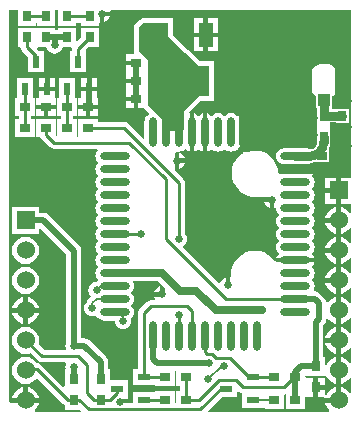
<source format=gtl>
%FSLAX25Y25*%
%MOIN*%
G70*
G01*
G75*
G04 Layer_Physical_Order=1*
G04 Layer_Color=255*
%ADD10C,0.03150*%
%ADD11R,0.04299X0.02362*%
%ADD12O,0.09843X0.02756*%
%ADD13O,0.02756X0.09843*%
%ADD14R,0.03500X0.03000*%
%ADD15R,0.02362X0.04299*%
%ADD16R,0.03000X0.03500*%
%ADD17R,0.09449X0.10236*%
%ADD18R,0.04921X0.07874*%
%ADD19R,0.03937X0.04331*%
%ADD20R,0.04134X0.08661*%
%ADD21C,0.01000*%
%ADD22C,0.00800*%
%ADD23C,0.02000*%
%ADD24C,0.02500*%
%ADD25C,0.01500*%
%ADD26C,0.06000*%
%ADD27R,0.06000X0.06000*%
%ADD28C,0.02500*%
G36*
X60749Y121658D02*
X65249Y117157D01*
Y107158D01*
X60249Y102157D01*
Y96157D01*
X59749Y95657D01*
X53249D01*
Y99158D01*
X48249Y104157D01*
Y119158D01*
X45249Y122158D01*
Y122658D01*
Y130157D01*
X46749Y131658D01*
X50749D01*
X60749Y121658D01*
D02*
G37*
G36*
X116173Y119691D02*
X116228Y119628D01*
Y90550D01*
Y80313D01*
X116173Y80257D01*
X115957Y80042D01*
X112660D01*
Y75757D01*
Y71258D01*
X116173D01*
Y68372D01*
X115700Y68211D01*
X115120Y68967D01*
X114180Y69688D01*
X113085Y70142D01*
X112660Y70198D01*
Y65756D01*
Y61317D01*
X113085Y61373D01*
X114180Y61827D01*
X115120Y62548D01*
X115700Y63304D01*
X116173Y63143D01*
Y58372D01*
X115700Y58211D01*
X115120Y58967D01*
X114180Y59688D01*
X113085Y60142D01*
X112660Y60198D01*
Y55756D01*
Y51317D01*
X113085Y51373D01*
X114180Y51827D01*
X115120Y52548D01*
X115700Y53304D01*
X116173Y53143D01*
Y48372D01*
X115700Y48211D01*
X115120Y48967D01*
X114180Y49688D01*
X113085Y50142D01*
X112660Y50198D01*
Y45757D01*
Y41317D01*
X113085Y41373D01*
X114180Y41827D01*
X115120Y42548D01*
X115700Y43304D01*
X116173Y43143D01*
Y38372D01*
X115700Y38211D01*
X115120Y38967D01*
X114180Y39688D01*
X113085Y40142D01*
X112660Y40198D01*
Y35756D01*
Y31317D01*
X113085Y31373D01*
X114180Y31827D01*
X115120Y32548D01*
X115700Y33304D01*
X116173Y33143D01*
Y28372D01*
X115700Y28211D01*
X115120Y28967D01*
X114180Y29688D01*
X113085Y30142D01*
X112660Y30198D01*
Y25756D01*
Y21317D01*
X113085Y21373D01*
X114180Y21827D01*
X115120Y22548D01*
X115700Y23304D01*
X116173Y23143D01*
Y18372D01*
X115700Y18211D01*
X115120Y18967D01*
X114180Y19688D01*
X113085Y20142D01*
X112660Y20198D01*
Y15756D01*
Y11317D01*
X113085Y11373D01*
X114180Y11827D01*
X115120Y12548D01*
X115700Y13304D01*
X116173Y13143D01*
Y8372D01*
X115700Y8211D01*
X115120Y8967D01*
X114180Y9688D01*
X113085Y10142D01*
X112660Y10198D01*
Y5756D01*
X111911D01*
Y5007D01*
X107470D01*
X107526Y4583D01*
X107980Y3488D01*
X108701Y2548D01*
X108880Y2411D01*
X108719Y1937D01*
X68485D01*
X68293Y2399D01*
X72953Y7059D01*
X78073D01*
Y8600D01*
X78535Y8791D01*
X78668Y8658D01*
X79330Y8216D01*
X79861Y8111D01*
Y3319D01*
X87160D01*
D01*
X87160D01*
X87260Y3218D01*
Y3000D01*
X93760D01*
Y7625D01*
X94212Y7838D01*
X94260Y7799D01*
Y3000D01*
X100760D01*
Y6908D01*
X101249D01*
Y6908D01*
X103499D01*
Y10157D01*
Y13408D01*
X101249D01*
Y13408D01*
X101114D01*
X100760Y13761D01*
Y13907D01*
X101249D01*
Y13907D01*
X107249D01*
Y13971D01*
X107739Y14068D01*
X107980Y13488D01*
X108701Y12548D01*
X109641Y11827D01*
X110735Y11373D01*
X111160Y11317D01*
Y15756D01*
Y20198D01*
X110735Y20142D01*
X109641Y19688D01*
X108701Y18967D01*
X107980Y18027D01*
X107739Y17447D01*
X107249Y17544D01*
Y20407D01*
X106798D01*
Y30783D01*
X107113Y31098D01*
X107666Y31925D01*
X107859Y32897D01*
X107877Y32901D01*
X108430Y32901D01*
X108701Y32548D01*
X109641Y31827D01*
X110735Y31373D01*
X111160Y31317D01*
Y35756D01*
Y40198D01*
X110735Y40142D01*
X109641Y39688D01*
X108701Y38967D01*
X108281Y38420D01*
X107794Y38534D01*
X107666Y39179D01*
X107113Y40006D01*
X105713Y41406D01*
X104886Y41959D01*
X103910Y42153D01*
X103899D01*
X103621Y42569D01*
X103876Y43183D01*
X103974Y43935D01*
X103876Y44686D01*
X103586Y45386D01*
X103124Y45987D01*
Y46213D01*
X103586Y46814D01*
X103876Y47514D01*
X103974Y48265D01*
X103876Y49017D01*
X103586Y49717D01*
X103124Y50318D01*
Y50543D01*
X103586Y51145D01*
X103876Y51845D01*
X103876Y51846D01*
X91181D01*
X91099Y52470D01*
X90640Y52272D01*
X89742Y53367D01*
X88527Y54363D01*
X87142Y55104D01*
X85638Y55560D01*
X84075Y55714D01*
X82512Y55560D01*
X81008Y55104D01*
X79623Y54363D01*
X78409Y53367D01*
X77412Y52152D01*
X76671Y50767D01*
X76215Y49263D01*
X76061Y47700D01*
X76117Y47135D01*
X75758Y46787D01*
X75818Y46779D01*
X75850Y46766D01*
Y44099D01*
X74350D01*
Y46766D01*
X73713Y46502D01*
X73139Y46061D01*
X72698Y45487D01*
X72462Y44916D01*
X71971Y44819D01*
X60062Y56729D01*
X60136Y57101D01*
X60710Y57542D01*
X61151Y58116D01*
X61428Y58785D01*
X61523Y59503D01*
X61428Y60221D01*
X61151Y60890D01*
X60788Y61363D01*
Y78161D01*
X60633Y78942D01*
X60191Y79603D01*
X57246Y82548D01*
X57467Y82996D01*
X57282Y83021D01*
X57250Y83034D01*
Y85699D01*
Y88366D01*
X57282Y88379D01*
X58000Y88474D01*
X58711Y88380D01*
X58749Y88670D01*
X59500Y88769D01*
X60200Y89059D01*
X60801Y89520D01*
X61027D01*
X61628Y89059D01*
X62328Y88769D01*
X62330Y88768D01*
Y95115D01*
Y101463D01*
X62396Y101472D01*
X62174Y101920D01*
X65894Y105639D01*
X70461D01*
Y118876D01*
X65694D01*
X61830Y122739D01*
X61830Y122739D01*
X56828Y127742D01*
Y133095D01*
X51213D01*
X50749Y133187D01*
X46749D01*
X46164Y133071D01*
X45667Y132739D01*
X44167Y131239D01*
X43836Y130743D01*
X43719Y130157D01*
Y122658D01*
Y122158D01*
X43822Y121644D01*
X43504Y121257D01*
X41160D01*
Y119008D01*
X44411D01*
Y117508D01*
X41160D01*
Y115258D01*
Y113007D01*
X44411D01*
Y111507D01*
X41160D01*
Y109257D01*
Y107008D01*
X44411D01*
Y106258D01*
X45160D01*
Y103258D01*
X47046D01*
X47167Y103076D01*
X48614Y101630D01*
X48581Y101131D01*
X48035Y100712D01*
X47574Y100110D01*
X47284Y99410D01*
X47185Y98659D01*
Y93263D01*
X46723Y93071D01*
X41695Y98099D01*
X41033Y98541D01*
X40253Y98697D01*
X31660D01*
Y99657D01*
X25160D01*
Y93697D01*
X24660D01*
Y99657D01*
X23449D01*
Y100657D01*
X24660D01*
Y106658D01*
X24091D01*
Y113307D01*
X18729D01*
Y106658D01*
X18160D01*
Y100657D01*
X19371D01*
Y99657D01*
X18160D01*
Y94145D01*
X18018Y94086D01*
X17603Y94364D01*
Y99657D01*
X11103D01*
Y93657D01*
X12464D01*
X12469Y93635D01*
X12911Y92973D01*
X15668Y90216D01*
X16330Y89773D01*
X17110Y89618D01*
X31380D01*
X31601Y89170D01*
X31235Y88693D01*
X30945Y87993D01*
X30846Y87242D01*
X30945Y86490D01*
X31235Y85790D01*
X31696Y85189D01*
Y84964D01*
X31235Y84362D01*
X30945Y83662D01*
X30846Y82911D01*
X30945Y82160D01*
X31235Y81460D01*
X31696Y80858D01*
Y80633D01*
X31235Y80032D01*
X30945Y79332D01*
X30846Y78580D01*
X30945Y77829D01*
X31235Y77129D01*
X31696Y76528D01*
Y76302D01*
X31235Y75701D01*
X30945Y75001D01*
X30846Y74250D01*
X30945Y73498D01*
X31235Y72798D01*
X31696Y72197D01*
Y71971D01*
X31235Y71370D01*
X30945Y70670D01*
X30846Y69919D01*
X30945Y69168D01*
X31235Y68467D01*
X31696Y67866D01*
Y67641D01*
X31235Y67040D01*
X30945Y66339D01*
X30846Y65588D01*
X30945Y64837D01*
X31235Y64137D01*
X31696Y63536D01*
Y63310D01*
X31235Y62709D01*
X30945Y62009D01*
X30846Y61257D01*
X30945Y60506D01*
X31235Y59806D01*
X31696Y59205D01*
Y58979D01*
X31235Y58378D01*
X30945Y57678D01*
X30846Y56927D01*
X30945Y56176D01*
X31235Y55475D01*
X31696Y54874D01*
Y54649D01*
X31235Y54048D01*
X30945Y53347D01*
X30846Y52596D01*
X30945Y51845D01*
X31235Y51145D01*
X31696Y50543D01*
Y50318D01*
X31235Y49717D01*
X30945Y49017D01*
X30846Y48265D01*
X30945Y47514D01*
X31235Y46814D01*
X31696Y46213D01*
Y45987D01*
X31235Y45386D01*
X31154Y45190D01*
X30574Y45114D01*
X29905Y44837D01*
X29331Y44396D01*
X28890Y43821D01*
X28613Y43152D01*
X28518Y42435D01*
X28613Y41717D01*
X28890Y41048D01*
X29331Y40473D01*
X29336Y40388D01*
X28522Y39574D01*
X28102Y38945D01*
X28028Y38570D01*
X27931Y38496D01*
X27490Y37922D01*
X27213Y37253D01*
X27118Y36535D01*
X27213Y35817D01*
X27490Y35148D01*
X27931Y34573D01*
X28505Y34133D01*
X29174Y33855D01*
X29892Y33761D01*
X30610Y33855D01*
X30882Y33968D01*
X31235Y33822D01*
X31696Y33221D01*
X32297Y32759D01*
X32998Y32469D01*
X33749Y32370D01*
X37340D01*
X37431Y31682D01*
X37708Y31013D01*
X38149Y30439D01*
X38723Y29998D01*
X39392Y29721D01*
X40110Y29626D01*
X40828Y29721D01*
X41497Y29998D01*
X42072Y30439D01*
X42512Y31013D01*
X42790Y31682D01*
X42884Y32400D01*
X42790Y33118D01*
X42781Y33138D01*
X42888Y33221D01*
X43349Y33822D01*
X43639Y34522D01*
X43738Y35273D01*
X43639Y36024D01*
X43349Y36725D01*
X42888Y37326D01*
Y37551D01*
X43349Y38153D01*
X43639Y38853D01*
X43738Y39604D01*
X43639Y40355D01*
X43349Y41055D01*
X42888Y41657D01*
Y41882D01*
X43349Y42483D01*
X43639Y43183D01*
X43738Y43935D01*
X43639Y44686D01*
X43349Y45386D01*
X43401Y45492D01*
X51812D01*
X53004Y44300D01*
X52843Y43827D01*
X53200Y43874D01*
X53465Y43839D01*
X53950Y43354D01*
Y41099D01*
X53201D01*
Y40350D01*
X50534D01*
X50798Y39713D01*
X50850Y39645D01*
X50629Y39197D01*
X49353D01*
X48572Y39041D01*
X47911Y38599D01*
X45738Y36427D01*
X45296Y35766D01*
X45141Y34985D01*
Y16161D01*
X43461D01*
Y10799D01*
X50760D01*
D01*
X50760D01*
X50860Y10699D01*
Y10480D01*
X57360D01*
Y15551D01*
X57860D01*
Y10480D01*
X59071D01*
Y9000D01*
X57860D01*
Y4854D01*
X57360D01*
Y9000D01*
X50860D01*
Y8681D01*
X50760D01*
Y8681D01*
X43461D01*
Y4854D01*
X42281D01*
X41952Y5230D01*
X41902Y4854D01*
X39199D01*
Y6150D01*
X41866D01*
X41602Y6787D01*
X41564Y6837D01*
X41673Y7059D01*
X41673D01*
X41673Y7059D01*
Y12421D01*
X35610D01*
Y16250D01*
X35159D01*
Y18600D01*
D01*
D01*
D01*
D01*
X35159D01*
D01*
D01*
D01*
D01*
D01*
X35159D01*
Y18600D01*
D01*
D01*
Y18600D01*
D01*
D01*
D01*
D01*
D01*
D01*
D01*
D01*
D01*
D01*
D01*
D01*
Y18600D01*
D01*
X35159D01*
D01*
D01*
D01*
D01*
D01*
D01*
D01*
X35159Y18600D01*
D01*
D01*
D01*
D01*
D01*
D01*
D01*
D01*
X34965Y19576D01*
X34413Y20402D01*
X29013Y25802D01*
X28186Y26355D01*
X27210Y26549D01*
X26159D01*
Y55658D01*
X25965Y56633D01*
X25413Y57460D01*
X25413Y57460D01*
X25413D01*
D01*
X25413Y57460D01*
Y57460D01*
X15313Y67560D01*
X14486Y68112D01*
X13510Y68306D01*
X12079D01*
Y70258D01*
X3080D01*
Y61257D01*
X12079D01*
Y62930D01*
X12541Y63121D01*
X21061Y54602D01*
Y25032D01*
X20931Y24718D01*
X20836Y24000D01*
X20931Y23282D01*
X21025Y23055D01*
X20747Y22639D01*
X13870D01*
X11953Y24556D01*
X11964Y24583D01*
X12118Y25758D01*
X11964Y26932D01*
X11510Y28027D01*
X10789Y28967D01*
X9849Y29688D01*
X8754Y30142D01*
X7580Y30296D01*
X6405Y30142D01*
X5310Y29688D01*
X4370Y28967D01*
X3649Y28027D01*
X3195Y26932D01*
X3041Y25758D01*
X3195Y24583D01*
X3649Y23488D01*
X4370Y22548D01*
X5310Y21827D01*
X6405Y21373D01*
X7580Y21219D01*
X8754Y21373D01*
X9188Y21553D01*
X11583Y19158D01*
X12245Y18716D01*
X13025Y18561D01*
X13025Y18561D01*
X20830D01*
X21108Y18145D01*
X20931Y17718D01*
X20836Y17000D01*
X20931Y16282D01*
X20931D01*
X20610Y16250D01*
X20631Y16252D01*
X20610Y16250D01*
X20610D01*
Y10537D01*
X20148Y10346D01*
X12795Y17699D01*
X12133Y18141D01*
X11353Y18297D01*
X11303D01*
X10789Y18967D01*
X9849Y19688D01*
X8754Y20142D01*
X7580Y20296D01*
X6405Y20142D01*
X5310Y19688D01*
X4370Y18967D01*
X3649Y18027D01*
X3195Y16932D01*
X3041Y15757D01*
X3195Y14583D01*
X3649Y13488D01*
X4370Y12548D01*
X5310Y11827D01*
X6405Y11373D01*
X7580Y11219D01*
X8754Y11373D01*
X9849Y11827D01*
X10789Y12548D01*
X11161Y13033D01*
X11660Y13066D01*
X20168Y4558D01*
X20610Y4263D01*
Y2750D01*
X25791D01*
X26142Y2399D01*
X25951Y1937D01*
X10771D01*
X10610Y2411D01*
X10789Y2548D01*
X11510Y3488D01*
X11964Y4583D01*
X12020Y5007D01*
X3139D01*
X3142Y4992D01*
X2693Y4771D01*
X1937Y5527D01*
Y135858D01*
X4910D01*
Y130508D01*
X10910D01*
Y131718D01*
X11410D01*
Y130508D01*
X17410D01*
Y135858D01*
X18410D01*
Y130508D01*
X24410D01*
Y131718D01*
X25910D01*
Y130508D01*
X31910D01*
Y131666D01*
X32326Y131944D01*
X32350Y131934D01*
Y134601D01*
X33099D01*
Y135350D01*
X35766D01*
X35728Y135442D01*
X36005Y135858D01*
X116173D01*
Y119691D01*
D02*
G37*
%LPC*%
G36*
X111160Y60198D02*
X110735Y60142D01*
X109641Y59688D01*
X108701Y58967D01*
X107980Y58027D01*
X107526Y56932D01*
X107470Y56507D01*
X111160D01*
Y60198D01*
D02*
G37*
G36*
Y55007D02*
X107470D01*
X107526Y54583D01*
X107980Y53488D01*
X108701Y52548D01*
X109641Y51827D01*
X110735Y51373D01*
X111160Y51317D01*
Y55007D01*
D02*
G37*
G36*
X52450Y43766D02*
X51813Y43502D01*
X51239Y43061D01*
X50798Y42487D01*
X50534Y41850D01*
X52450D01*
Y43766D01*
D02*
G37*
G36*
X111160Y50198D02*
X110735Y50142D01*
X109641Y49688D01*
X108701Y48967D01*
X107980Y48027D01*
X107526Y46932D01*
X107470Y46507D01*
X111160D01*
Y50198D01*
D02*
G37*
G36*
X7580Y60296D02*
X6405Y60142D01*
X5310Y59688D01*
X4370Y58967D01*
X3649Y58027D01*
X3195Y56932D01*
X3041Y55757D01*
X3195Y54583D01*
X3649Y53488D01*
X4370Y52548D01*
X5310Y51827D01*
X6405Y51373D01*
X7580Y51219D01*
X8754Y51373D01*
X9849Y51827D01*
X10789Y52548D01*
X11510Y53488D01*
X11964Y54583D01*
X12118Y55757D01*
X11964Y56932D01*
X11510Y58027D01*
X10789Y58967D01*
X9849Y59688D01*
X8754Y60142D01*
X7580Y60296D01*
D02*
G37*
G36*
X111160Y65008D02*
X107470D01*
X107526Y64583D01*
X107980Y63488D01*
X108701Y62548D01*
X109641Y61827D01*
X110735Y61373D01*
X111160Y61317D01*
Y65008D01*
D02*
G37*
G36*
Y80042D02*
X107410D01*
Y76508D01*
X111160D01*
Y80042D01*
D02*
G37*
G36*
X60666Y84950D02*
X58750D01*
Y83034D01*
X59387Y83298D01*
X59961Y83739D01*
X60402Y84313D01*
X60666Y84950D01*
D02*
G37*
G36*
X111160Y75007D02*
X107410D01*
Y71258D01*
X111160D01*
Y75007D01*
D02*
G37*
G36*
Y70198D02*
X110735Y70142D01*
X109641Y69688D01*
X108701Y68967D01*
X107980Y68027D01*
X107526Y66932D01*
X107470Y66508D01*
X111160D01*
Y70198D01*
D02*
G37*
G36*
X88950Y71950D02*
X87034D01*
X87298Y71313D01*
X87739Y70739D01*
X88313Y70298D01*
X88950Y70034D01*
Y71950D01*
D02*
G37*
G36*
X107249Y13408D02*
X104999D01*
Y10908D01*
X107249D01*
Y13408D01*
D02*
G37*
G36*
X111160Y25008D02*
X107470D01*
X107526Y24583D01*
X107980Y23488D01*
X108701Y22548D01*
X109641Y21827D01*
X110735Y21373D01*
X111160Y21317D01*
Y25008D01*
D02*
G37*
G36*
Y30198D02*
X110735Y30142D01*
X109641Y29688D01*
X108701Y28967D01*
X107980Y28027D01*
X107526Y26932D01*
X107470Y26507D01*
X111160D01*
Y30198D01*
D02*
G37*
G36*
X6830Y10198D02*
X6405Y10142D01*
X5310Y9688D01*
X4370Y8967D01*
X3649Y8027D01*
X3195Y6932D01*
X3139Y6508D01*
X6830D01*
Y10198D01*
D02*
G37*
G36*
X8330D02*
Y6508D01*
X12020D01*
X11964Y6932D01*
X11510Y8027D01*
X10789Y8967D01*
X9849Y9688D01*
X8754Y10142D01*
X8330Y10198D01*
D02*
G37*
G36*
X111160D02*
X110735Y10142D01*
X109641Y9688D01*
X108701Y8967D01*
X107980Y8027D01*
X107739Y7447D01*
X107249Y7544D01*
Y9408D01*
X104999D01*
Y6908D01*
X107144D01*
X107473Y6532D01*
X107470Y6508D01*
X111160D01*
Y10198D01*
D02*
G37*
G36*
X8330Y40198D02*
Y36507D01*
X12020D01*
X11964Y36932D01*
X11510Y38027D01*
X10789Y38967D01*
X9849Y39688D01*
X8754Y40142D01*
X8330Y40198D01*
D02*
G37*
G36*
X7580Y50296D02*
X6405Y50142D01*
X5310Y49688D01*
X4370Y48967D01*
X3649Y48027D01*
X3195Y46932D01*
X3041Y45757D01*
X3195Y44583D01*
X3649Y43488D01*
X4370Y42548D01*
X5310Y41827D01*
X6405Y41373D01*
X7580Y41219D01*
X8754Y41373D01*
X9849Y41827D01*
X10789Y42548D01*
X11510Y43488D01*
X11964Y44583D01*
X12118Y45757D01*
X11964Y46932D01*
X11510Y48027D01*
X10789Y48967D01*
X9849Y49688D01*
X8754Y50142D01*
X7580Y50296D01*
D02*
G37*
G36*
X111160Y45008D02*
X107470D01*
X107526Y44583D01*
X107980Y43488D01*
X108701Y42548D01*
X109641Y41827D01*
X110735Y41373D01*
X111160Y41317D01*
Y45008D01*
D02*
G37*
G36*
X6830Y35008D02*
X3139D01*
X3195Y34583D01*
X3649Y33488D01*
X4370Y32548D01*
X5310Y31827D01*
X6405Y31373D01*
X6830Y31317D01*
Y35008D01*
D02*
G37*
G36*
X12020D02*
X8330D01*
Y31317D01*
X8754Y31373D01*
X9849Y31827D01*
X10789Y32548D01*
X11510Y33488D01*
X11964Y34583D01*
X12020Y35008D01*
D02*
G37*
G36*
X6830Y40198D02*
X6405Y40142D01*
X5310Y39688D01*
X4370Y38967D01*
X3649Y38027D01*
X3195Y36932D01*
X3139Y36507D01*
X6830D01*
Y40198D01*
D02*
G37*
G36*
X28141Y113307D02*
X26209D01*
Y110407D01*
X28141D01*
Y113307D01*
D02*
G37*
G36*
X31572D02*
X29641D01*
Y110407D01*
X31572D01*
Y113307D01*
D02*
G37*
G36*
X17514D02*
X15583D01*
Y110407D01*
X17514D01*
Y113307D01*
D02*
G37*
G36*
X31572Y108907D02*
X26209D01*
Y106658D01*
X25160D01*
Y104408D01*
X31660D01*
Y106658D01*
X31572D01*
Y108907D01*
D02*
G37*
G36*
X14083Y113307D02*
X12152D01*
Y110407D01*
X14083D01*
Y113307D01*
D02*
G37*
G36*
X66881Y126908D02*
X63670D01*
Y122221D01*
X66881D01*
Y126908D01*
D02*
G37*
G36*
X71591Y133095D02*
X68381D01*
Y128408D01*
X71591D01*
Y133095D01*
D02*
G37*
G36*
X35766Y133850D02*
X33850D01*
Y131934D01*
X34487Y132198D01*
X35061Y132639D01*
X35502Y133213D01*
X35766Y133850D01*
D02*
G37*
G36*
X66881Y133095D02*
X63670D01*
Y128408D01*
X66881D01*
Y133095D01*
D02*
G37*
G36*
X71591Y126908D02*
X68381D01*
Y122221D01*
X71591D01*
Y126908D01*
D02*
G37*
G36*
X31910Y130008D02*
X25910D01*
Y126641D01*
X24872Y125603D01*
X24410Y125795D01*
Y130008D01*
X18410D01*
Y129306D01*
X17410D01*
Y130008D01*
X11410D01*
Y123720D01*
X11326Y123685D01*
X10910Y123962D01*
Y130008D01*
X4910D01*
Y123507D01*
X5906D01*
X6026Y122902D01*
X6468Y122241D01*
X8412Y120297D01*
Y115094D01*
X13774D01*
Y122394D01*
X12083D01*
X11431Y123046D01*
X11522Y123266D01*
X11522D01*
X11622Y123507D01*
X14561D01*
X14570Y123440D01*
X14847Y122771D01*
X15288Y122196D01*
X15862Y121755D01*
X16531Y121478D01*
X17249Y121384D01*
X17967Y121478D01*
X18636Y121755D01*
X19210Y122196D01*
X19651Y122771D01*
X19928Y123440D01*
X19937Y123507D01*
X22818D01*
X23136Y123121D01*
X23111Y122998D01*
Y122394D01*
X22469D01*
Y115094D01*
X27832D01*
Y122394D01*
X27832Y122394D01*
X27832D01*
X27714Y122677D01*
X28544Y123507D01*
X31910D01*
Y130008D01*
D02*
G37*
G36*
X17514Y108907D02*
X12152D01*
Y106658D01*
X11103D01*
Y104408D01*
X17603D01*
Y106658D01*
X17514D01*
Y108907D01*
D02*
G37*
G36*
X107112Y117955D02*
X105649Y117762D01*
X104285Y117197D01*
X103113Y116299D01*
X102215Y115128D01*
X101650Y113764D01*
X101457Y112300D01*
X101650Y110836D01*
X102215Y109473D01*
X103113Y108301D01*
X104285Y107403D01*
X104469Y107326D01*
Y103187D01*
X104821D01*
Y100742D01*
X104938Y100152D01*
Y99806D01*
X104897Y99600D01*
Y94900D01*
X104938Y94694D01*
Y94331D01*
X104821Y93742D01*
Y91924D01*
X104830Y91878D01*
X104745Y91238D01*
X104481Y90599D01*
X104088Y90087D01*
X104049Y90061D01*
X104002Y89990D01*
X103384Y89578D01*
X102781Y89458D01*
X102756Y89477D01*
X102133Y89735D01*
X101465Y89823D01*
X93591D01*
X92923Y89735D01*
X92301Y89477D01*
X91766Y89067D01*
X91356Y88532D01*
X91098Y87910D01*
X91010Y87242D01*
X91098Y86574D01*
X91356Y85951D01*
X91766Y85417D01*
X92301Y85006D01*
X92923Y84749D01*
X93591Y84661D01*
X101465D01*
X102133Y84749D01*
X102756Y85006D01*
X102841Y85071D01*
X103839Y85170D01*
X104069Y85239D01*
X104188Y85151D01*
Y85151D01*
X108869D01*
Y89332D01*
X108869D01*
X108765Y89472D01*
X109092Y90550D01*
X109219Y91839D01*
X109236Y91924D01*
Y93742D01*
X109119Y94331D01*
Y94694D01*
X109160Y94900D01*
Y98534D01*
X111138D01*
Y98401D01*
X115319D01*
Y103082D01*
X111138D01*
Y102950D01*
X109587D01*
Y103187D01*
X109587D01*
Y107257D01*
X109940Y107403D01*
X111111Y108301D01*
X112010Y109473D01*
X112575Y110836D01*
X112767Y112300D01*
X112575Y113764D01*
X112010Y115128D01*
X111111Y116299D01*
X109940Y117197D01*
X108576Y117762D01*
X107112Y117955D01*
D02*
G37*
G36*
X13603Y102908D02*
X11103D01*
Y100657D01*
X13603D01*
Y102908D01*
D02*
G37*
G36*
X10034Y113307D02*
X4671D01*
Y106658D01*
X4103D01*
Y100657D01*
X5313D01*
Y99657D01*
X4103D01*
Y93657D01*
X10603D01*
Y99657D01*
X9392D01*
Y100657D01*
X10603D01*
Y106658D01*
X10034D01*
Y113307D01*
D02*
G37*
G36*
X58750Y88366D02*
Y86450D01*
X60666D01*
X60402Y87087D01*
X59961Y87661D01*
X59387Y88102D01*
X58750Y88366D01*
D02*
G37*
G36*
X84200Y89027D02*
X82732Y88882D01*
X81799Y88599D01*
X81136D01*
X81004Y88749D01*
X80402Y88669D01*
X79978Y88725D01*
X80067Y88234D01*
X79779Y88080D01*
X78580Y87095D01*
X77596Y85896D01*
X76864Y84528D01*
X76414Y83044D01*
X76262Y81500D01*
X76414Y79956D01*
X76864Y78472D01*
X77596Y77104D01*
X78580Y75905D01*
X79779Y74920D01*
X81147Y74189D01*
X82631Y73739D01*
X84175Y73587D01*
X85719Y73739D01*
X86800Y74067D01*
X87136Y73697D01*
X87034Y73450D01*
X89701D01*
Y72701D01*
X90450D01*
Y70034D01*
X90656Y70119D01*
X91089Y69869D01*
X91181Y69168D01*
X91471Y68467D01*
X91932Y67866D01*
Y67641D01*
X91471Y67040D01*
X91181Y66339D01*
X91082Y65588D01*
X91181Y64837D01*
X91471Y64137D01*
X91932Y63536D01*
Y63310D01*
X91471Y62709D01*
X91181Y62009D01*
X91082Y61257D01*
X91181Y60506D01*
X91471Y59806D01*
X91932Y59205D01*
Y58979D01*
X91471Y58378D01*
X91181Y57678D01*
X91082Y56927D01*
X91181Y56176D01*
X91471Y55475D01*
X91932Y54874D01*
Y54649D01*
X91471Y54048D01*
X91181Y53347D01*
X91181Y53346D01*
X103876D01*
X103876Y53347D01*
X103586Y54048D01*
X103124Y54649D01*
Y54874D01*
X103586Y55475D01*
X103876Y56176D01*
X103974Y56927D01*
X103876Y57678D01*
X103586Y58378D01*
X103124Y58979D01*
Y59205D01*
X103586Y59806D01*
X103876Y60506D01*
X103974Y61257D01*
X103876Y62009D01*
X103586Y62709D01*
X103124Y63310D01*
Y63536D01*
X103586Y64137D01*
X103876Y64837D01*
X103974Y65588D01*
X103876Y66339D01*
X103586Y67040D01*
X103124Y67641D01*
Y67866D01*
X103586Y68467D01*
X103876Y69168D01*
X103974Y69919D01*
X103876Y70670D01*
X103586Y71370D01*
X103124Y71971D01*
Y72197D01*
X103586Y72798D01*
X103876Y73498D01*
X103974Y74250D01*
X103876Y75001D01*
X103586Y75701D01*
X103124Y76302D01*
Y76528D01*
X103586Y77129D01*
X103876Y77829D01*
X103974Y78580D01*
X103876Y79332D01*
X103586Y80032D01*
X103124Y80633D01*
Y80858D01*
X103495Y81342D01*
X92247D01*
X91679Y81987D01*
X91582Y82968D01*
X91154Y84380D01*
X90458Y85682D01*
X89522Y86822D01*
X88382Y87758D01*
X87080Y88454D01*
X85668Y88882D01*
X84200Y89027D01*
D02*
G37*
G36*
X17603Y102908D02*
X15103D01*
Y100657D01*
X17603D01*
Y102908D01*
D02*
G37*
G36*
X76072Y101562D02*
X75320Y101463D01*
X74620Y101173D01*
X74019Y100712D01*
X73794D01*
X73192Y101173D01*
X72492Y101463D01*
X71741Y101562D01*
X70990Y101463D01*
X70290Y101173D01*
X69688Y100712D01*
X69463D01*
X68862Y101173D01*
X68161Y101463D01*
X68160Y101463D01*
Y95115D01*
Y88768D01*
X68161Y88769D01*
X68862Y89059D01*
X69463Y89520D01*
X69688D01*
X70290Y89059D01*
X70990Y88769D01*
X71741Y88670D01*
X72492Y88769D01*
X73192Y89059D01*
X73794Y89520D01*
X74019D01*
X74620Y89059D01*
X75320Y88769D01*
X76072Y88670D01*
X76823Y88769D01*
X77523Y89059D01*
X78124Y89520D01*
X78350D01*
X78951Y89059D01*
X79651Y88769D01*
X79652Y88768D01*
Y90284D01*
X78821Y91229D01*
X78728Y91334D01*
Y101002D01*
X78350Y100712D01*
X78124D01*
X77523Y101173D01*
X76823Y101463D01*
X76072Y101562D01*
D02*
G37*
G36*
X43660Y105508D02*
X41160D01*
Y103258D01*
X43660D01*
Y105508D01*
D02*
G37*
G36*
X66660Y101463D02*
X66659Y101463D01*
X65959Y101173D01*
X65358Y100712D01*
X65132D01*
X64531Y101173D01*
X63831Y101463D01*
X63829Y101463D01*
Y95115D01*
Y88768D01*
X63831Y88769D01*
X64531Y89059D01*
X65132Y89520D01*
X65358D01*
X65959Y89059D01*
X66659Y88769D01*
X66660Y88768D01*
Y95115D01*
Y101463D01*
D02*
G37*
G36*
X27660Y102908D02*
X25160D01*
Y100657D01*
X27660D01*
Y102908D01*
D02*
G37*
G36*
X31660D02*
X29160D01*
Y100657D01*
X31660D01*
Y102908D01*
D02*
G37*
%LPD*%
D10*
X102573Y87242D02*
G03*
X105610Y88500I0J4296D01*
G01*
D02*
G03*
X107028Y91924I-3424J3424D01*
G01*
Y100742D02*
X113028D01*
X97528Y87242D02*
X102573D01*
X107028Y91924D02*
Y93742D01*
Y100742D02*
Y105942D01*
D11*
X38024Y9740D02*
D03*
X47110Y13480D02*
D03*
Y6000D02*
D03*
X83510D02*
D03*
Y13480D02*
D03*
X74424Y9740D02*
D03*
D12*
X37292Y39604D02*
D03*
Y35273D02*
D03*
X97528D02*
D03*
Y39604D02*
D03*
Y43935D02*
D03*
Y48265D02*
D03*
Y52596D02*
D03*
Y56927D02*
D03*
Y61257D02*
D03*
Y65588D02*
D03*
Y69919D02*
D03*
Y74250D02*
D03*
Y78580D02*
D03*
Y82911D02*
D03*
Y87242D02*
D03*
X37292Y43935D02*
D03*
Y48265D02*
D03*
Y52596D02*
D03*
Y56927D02*
D03*
Y61257D02*
D03*
Y65588D02*
D03*
Y69919D02*
D03*
Y74250D02*
D03*
Y78580D02*
D03*
Y82911D02*
D03*
Y87242D02*
D03*
D13*
X50087Y27399D02*
D03*
X54418D02*
D03*
X58749D02*
D03*
X63080D02*
D03*
X67410Y27358D02*
D03*
X71741Y27399D02*
D03*
X76072D02*
D03*
X80402D02*
D03*
X84733D02*
D03*
Y95116D02*
D03*
X80402D02*
D03*
X76072D02*
D03*
X71741D02*
D03*
X67410D02*
D03*
X63080D02*
D03*
X58749D02*
D03*
X54418D02*
D03*
X50087D02*
D03*
D14*
X14353Y96658D02*
D03*
X7353D02*
D03*
X21410Y103657D02*
D03*
Y96658D02*
D03*
X90510Y6000D02*
D03*
X7353Y103657D02*
D03*
X54110Y6000D02*
D03*
X61110D02*
D03*
X54110Y13480D02*
D03*
X61110D02*
D03*
X106528Y87242D02*
D03*
X113528D02*
D03*
X97510Y6000D02*
D03*
Y13480D02*
D03*
X90510D02*
D03*
X44410Y112258D02*
D03*
X51410D02*
D03*
X44410Y118257D02*
D03*
X51410D02*
D03*
X44410Y106257D02*
D03*
X51410D02*
D03*
X28410Y103657D02*
D03*
Y96658D02*
D03*
X14353Y103657D02*
D03*
D15*
X11093Y118744D02*
D03*
X14833Y109658D02*
D03*
X7353D02*
D03*
X25150Y118744D02*
D03*
X21410Y109658D02*
D03*
X28891D02*
D03*
D16*
X21410Y126758D02*
D03*
X14410D02*
D03*
X32610Y6000D02*
D03*
Y13000D02*
D03*
X21410Y133757D02*
D03*
X14410D02*
D03*
X28910D02*
D03*
Y126758D02*
D03*
X7910Y133757D02*
D03*
Y126758D02*
D03*
X104249Y17157D02*
D03*
Y10158D02*
D03*
X23610Y6000D02*
D03*
Y13000D02*
D03*
X107028Y100742D02*
D03*
Y93742D02*
D03*
X113228Y100742D02*
D03*
Y93742D02*
D03*
D17*
X64237Y112258D02*
D03*
X92584D02*
D03*
D18*
X67631Y127657D02*
D03*
X52867D02*
D03*
D19*
X107028Y105942D02*
D03*
D20*
X101221Y112242D02*
D03*
X112835D02*
D03*
D21*
X47110Y6000D02*
X54110D01*
X21410Y133757D02*
X28910D01*
X25150Y118744D02*
Y122998D01*
X28910Y126758D01*
X7910Y123682D02*
X11093Y120500D01*
X7910Y123682D02*
Y126758D01*
X11093Y118744D02*
Y120500D01*
X28410Y96658D02*
X40253D01*
X17110Y91658D02*
X42091D01*
X14353Y94415D02*
X17110Y91658D01*
X14353Y94415D02*
Y96658D01*
X7353D02*
Y109658D01*
X96825Y13100D02*
X97510D01*
X7910Y133757D02*
X14410D01*
X82030Y13680D02*
X90310D01*
X90510Y13480D01*
X61110Y6000D02*
Y13480D01*
X65510Y6000D02*
X72110Y12600D01*
X61110Y6000D02*
X65510D01*
X65825Y2815D02*
X72950Y9940D01*
X21610Y6000D02*
X25425D01*
X28610Y2815D02*
X65825D01*
X49353Y37157D02*
X61353D01*
X47180Y34985D02*
X49353Y37157D01*
X21410Y96658D02*
Y109658D01*
X38292Y61257D02*
X45910D01*
X75710Y20000D02*
X82030Y13680D01*
X71010Y20000D02*
X75710D01*
X28110Y8400D02*
Y17658D01*
X30510Y6000D02*
X35810D01*
X7539Y26086D02*
X13025Y20600D01*
X25168D01*
X28110Y17658D01*
X6410Y14715D02*
Y16258D01*
Y26258D02*
X7368D01*
X47665Y13615D02*
X54910D01*
X72950Y9940D02*
X74424D01*
X72110Y12600D02*
X77610D01*
X80110Y10100D01*
X93595D01*
X96710Y13215D01*
X96825Y13100D01*
X35810Y6000D02*
X38024Y8213D01*
Y9740D01*
X25425Y6000D02*
X28610Y2815D01*
X7710Y16258D02*
X11353D01*
X21610Y6000D01*
X28110Y8400D02*
X30510Y6000D01*
X58749Y27399D02*
Y34399D01*
X54249Y59658D02*
Y79500D01*
X42091Y91658D02*
X54249Y79500D01*
X40253Y96658D02*
X58749Y78161D01*
Y59503D02*
Y78161D01*
X74302Y39604D02*
X98528D01*
X54249Y59658D02*
X74302Y39604D01*
X61353Y37157D02*
X63080Y35430D01*
Y27399D02*
Y35430D01*
X47180Y13438D02*
Y34985D01*
X67410Y21838D02*
Y27358D01*
Y21838D02*
X68030Y21218D01*
X69792D01*
X71010Y20000D01*
D22*
X29892Y38204D02*
X31292Y39604D01*
X29892Y36535D02*
Y38204D01*
X32792Y43935D02*
X38292D01*
X31292Y42435D02*
X32792Y43935D01*
X38292Y35273D02*
X40110Y33455D01*
Y32400D02*
Y33455D01*
X84810Y6015D02*
X91125D01*
X72995Y17300D02*
X73610D01*
X68510Y12815D02*
X72995Y17300D01*
X31292Y39604D02*
X38292D01*
D23*
X97410D02*
X103910D01*
X105311Y38203D01*
X104249Y17157D02*
Y31839D01*
X105311Y32901D02*
Y38203D01*
X104249Y31839D02*
X105311Y32901D01*
X44410Y106257D02*
Y118257D01*
X14410Y126758D02*
X21410D01*
X17249Y124158D02*
Y126758D01*
X97510Y13480D02*
Y15419D01*
X99249Y17157D01*
X104249D01*
X97510Y13480D02*
Y13919D01*
Y6000D02*
Y13480D01*
X28410Y103657D02*
X28891Y104138D01*
Y109658D01*
X23610Y24000D02*
Y55658D01*
X7611Y65758D02*
X13510D01*
X23610Y55658D01*
X32610Y13000D02*
Y18600D01*
X27210Y24000D02*
X32610Y18600D01*
X23610Y24000D02*
X27210D01*
X23610Y13000D02*
Y16958D01*
X51410Y106257D02*
Y127758D01*
X50087Y19441D02*
Y27399D01*
Y19441D02*
X51428Y18100D01*
X68810D01*
D24*
X38292Y48265D02*
X52961D01*
X70969Y35757D02*
X86410D01*
X64569Y42158D02*
X70969Y35757D01*
X52961Y48265D02*
X59069Y42158D01*
X64569D01*
D25*
X78951Y89059D02*
Y89464D01*
X80628Y91142D01*
D26*
X111910Y45757D02*
D03*
Y65758D02*
D03*
Y5757D02*
D03*
X7580D02*
D03*
Y15757D02*
D03*
Y25758D02*
D03*
Y35757D02*
D03*
Y45757D02*
D03*
Y55757D02*
D03*
X111910D02*
D03*
Y35757D02*
D03*
Y25758D02*
D03*
Y15757D02*
D03*
D27*
X7580Y65758D02*
D03*
X111910Y75757D02*
D03*
D28*
X23610Y17000D02*
D03*
Y24000D02*
D03*
X47749Y128657D02*
D03*
Y122658D02*
D03*
Y125657D02*
D03*
X17249Y124158D02*
D03*
X58749Y59503D02*
D03*
Y34399D02*
D03*
X45910Y61257D02*
D03*
X86410Y35757D02*
D03*
X29892Y36535D02*
D03*
X31292Y42435D02*
D03*
X40110Y32400D02*
D03*
X95028Y99216D02*
D03*
Y91342D02*
D03*
Y107090D02*
D03*
X115028Y90742D02*
D03*
X114928Y105742D02*
D03*
X73610Y17300D02*
D03*
X68510Y12815D02*
D03*
X68810Y18100D02*
D03*
X115028Y96942D02*
D03*
X95028Y114964D02*
D03*
X98965Y124838D02*
D03*
X114713D02*
D03*
X75100Y44100D02*
D03*
X58000Y85700D02*
D03*
X89700Y72700D02*
D03*
X33100Y134600D02*
D03*
X53200Y41100D02*
D03*
X39200Y5400D02*
D03*
M02*

</source>
